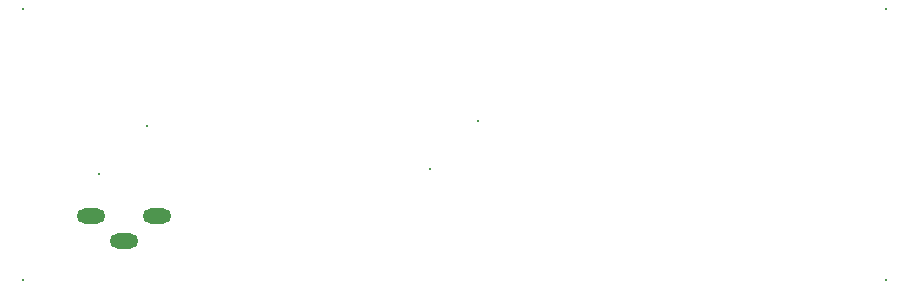
<source format=gbs>
G04 Layer_Color=16711935*
%FSLAX44Y44*%
%MOMM*%
G71*
G01*
G75*
G04:AMPARAMS|DCode=30|XSize=0.2032mm|YSize=0.2032mm|CornerRadius=0mm|HoleSize=0mm|Usage=FLASHONLY|Rotation=0.000|XOffset=0mm|YOffset=0mm|HoleType=Round|Shape=RoundedRectangle|*
%AMROUNDEDRECTD30*
21,1,0.2032,0.2032,0,0,0.0*
21,1,0.2032,0.2032,0,0,0.0*
1,1,0.0000,0.1016,-0.1016*
1,1,0.0000,-0.1016,-0.1016*
1,1,0.0000,-0.1016,0.1016*
1,1,0.0000,0.1016,0.1016*
%
%ADD30ROUNDEDRECTD30*%
%ADD31O,2.4032X1.3032*%
D30*
X-365760Y114430D02*
D03*
Y-115570D02*
D03*
X364240Y114430D02*
D03*
Y-115570D02*
D03*
X-21080Y-20890D02*
D03*
X19560Y19750D02*
D03*
X-301800Y-25860D02*
D03*
X-261160Y14780D02*
D03*
D31*
X-308670Y-61050D02*
D03*
X-252670D02*
D03*
X-280670Y-82550D02*
D03*
M02*

</source>
